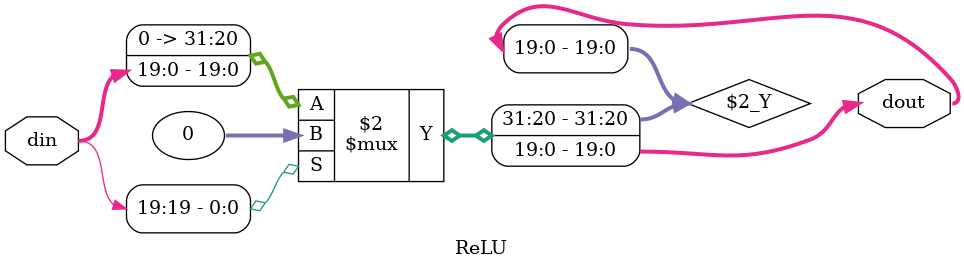
<source format=v>
module ReLU #(
    parameter               Width = 20
)   (
    input   wire    [Width-1:0]  din,
    output  wire    [Width-1:0]  dout
);

assign  dout    =   din[Width-1]    ?   0   :   din;

endmodule
</source>
